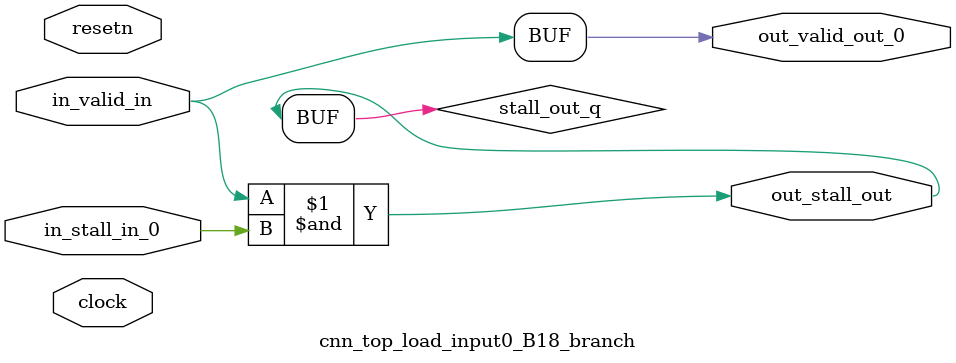
<source format=sv>



(* altera_attribute = "-name AUTO_SHIFT_REGISTER_RECOGNITION OFF; -name MESSAGE_DISABLE 10036; -name MESSAGE_DISABLE 10037; -name MESSAGE_DISABLE 14130; -name MESSAGE_DISABLE 14320; -name MESSAGE_DISABLE 15400; -name MESSAGE_DISABLE 14130; -name MESSAGE_DISABLE 10036; -name MESSAGE_DISABLE 12020; -name MESSAGE_DISABLE 12030; -name MESSAGE_DISABLE 12010; -name MESSAGE_DISABLE 12110; -name MESSAGE_DISABLE 14320; -name MESSAGE_DISABLE 13410; -name MESSAGE_DISABLE 113007; -name MESSAGE_DISABLE 10958" *)
module cnn_top_load_input0_B18_branch (
    input wire [0:0] in_stall_in_0,
    input wire [0:0] in_valid_in,
    output wire [0:0] out_stall_out,
    output wire [0:0] out_valid_out_0,
    input wire clock,
    input wire resetn
    );

    wire [0:0] stall_out_q;


    // stall_out(LOGICAL,6)
    assign stall_out_q = in_valid_in & in_stall_in_0;

    // out_stall_out(GPOUT,4)
    assign out_stall_out = stall_out_q;

    // out_valid_out_0(GPOUT,5)
    assign out_valid_out_0 = in_valid_in;

endmodule

</source>
